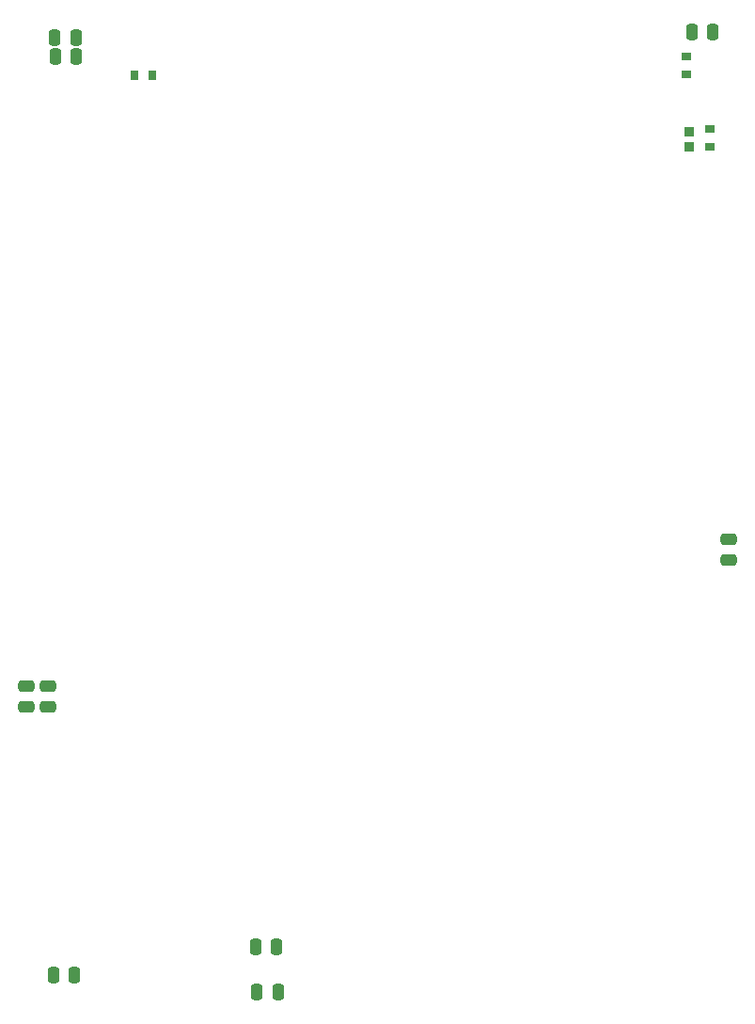
<source format=gbr>
%TF.GenerationSoftware,KiCad,Pcbnew,9.0.7*%
%TF.CreationDate,2026-02-25T21:26:21-06:00*%
%TF.ProjectId,circle_of_life,63697263-6c65-45f6-9f66-5f6c6966652e,rev?*%
%TF.SameCoordinates,Original*%
%TF.FileFunction,Paste,Bot*%
%TF.FilePolarity,Positive*%
%FSLAX46Y46*%
G04 Gerber Fmt 4.6, Leading zero omitted, Abs format (unit mm)*
G04 Created by KiCad (PCBNEW 9.0.7) date 2026-02-25 21:26:21*
%MOMM*%
%LPD*%
G01*
G04 APERTURE LIST*
G04 Aperture macros list*
%AMRoundRect*
0 Rectangle with rounded corners*
0 $1 Rounding radius*
0 $2 $3 $4 $5 $6 $7 $8 $9 X,Y pos of 4 corners*
0 Add a 4 corners polygon primitive as box body*
4,1,4,$2,$3,$4,$5,$6,$7,$8,$9,$2,$3,0*
0 Add four circle primitives for the rounded corners*
1,1,$1+$1,$2,$3*
1,1,$1+$1,$4,$5*
1,1,$1+$1,$6,$7*
1,1,$1+$1,$8,$9*
0 Add four rect primitives between the rounded corners*
20,1,$1+$1,$2,$3,$4,$5,0*
20,1,$1+$1,$4,$5,$6,$7,0*
20,1,$1+$1,$6,$7,$8,$9,0*
20,1,$1+$1,$8,$9,$2,$3,0*%
G04 Aperture macros list end*
%ADD10R,0.950000X0.800000*%
%ADD11RoundRect,0.250000X-0.250000X-0.475000X0.250000X-0.475000X0.250000X0.475000X-0.250000X0.475000X0*%
%ADD12RoundRect,0.250000X0.475000X-0.250000X0.475000X0.250000X-0.475000X0.250000X-0.475000X-0.250000X0*%
%ADD13R,0.940000X0.810000*%
%ADD14RoundRect,0.250000X0.250000X0.475000X-0.250000X0.475000X-0.250000X-0.475000X0.250000X-0.475000X0*%
%ADD15R,0.800000X0.950000*%
%ADD16RoundRect,0.250000X-0.475000X0.250000X-0.475000X-0.250000X0.475000X-0.250000X0.475000X0.250000X0*%
G04 APERTURE END LIST*
D10*
%TO.C,R17*%
X150600000Y-113310000D03*
X150600000Y-111710000D03*
%TD*%
D11*
%TO.C,C34*%
X93700000Y-109950000D03*
X95600000Y-109950000D03*
%TD*%
D12*
%TO.C,C16*%
X154400000Y-156980000D03*
X154400000Y-155080000D03*
%TD*%
D13*
%TO.C,C22*%
X150800000Y-119800000D03*
X150800000Y-118460000D03*
%TD*%
D11*
%TO.C,C35*%
X93740000Y-111700000D03*
X95640000Y-111700000D03*
%TD*%
D14*
%TO.C,C25*%
X152935796Y-109510000D03*
X151035796Y-109510000D03*
%TD*%
D10*
%TO.C,R16*%
X152700000Y-118200000D03*
X152700000Y-119800000D03*
%TD*%
D14*
%TO.C,C32*%
X113780000Y-195800000D03*
X111880000Y-195800000D03*
%TD*%
D15*
%TO.C,R2*%
X100880000Y-113400000D03*
X102480000Y-113400000D03*
%TD*%
D14*
%TO.C,C14*%
X95450000Y-194300000D03*
X93550000Y-194300000D03*
%TD*%
D16*
%TO.C,C30*%
X93100000Y-168320000D03*
X93100000Y-170220000D03*
%TD*%
%TO.C,C31*%
X91100000Y-168320000D03*
X91100000Y-170220000D03*
%TD*%
D14*
%TO.C,C33*%
X113660000Y-191800000D03*
X111760000Y-191800000D03*
%TD*%
M02*

</source>
